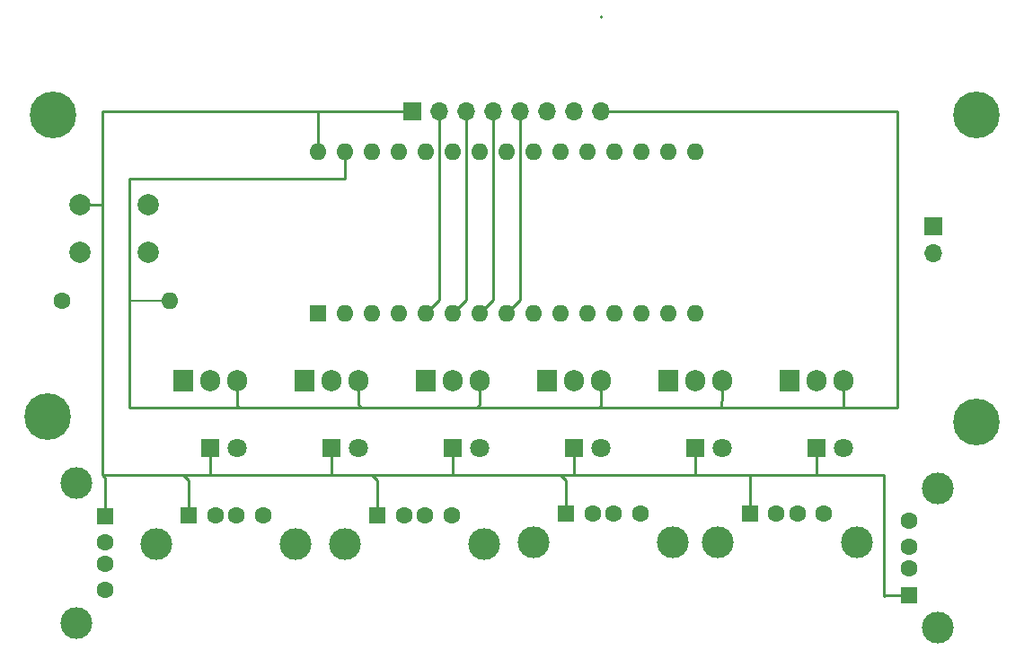
<source format=gbr>
%TF.GenerationSoftware,KiCad,Pcbnew,9.0.0*%
%TF.CreationDate,2025-03-19T10:55:43+10:00*%
%TF.ProjectId,ngmarquee.kicad_pcb_to220_usb_switch_1.0,6e676d61-7271-4756-9565-2e6b69636164,rev?*%
%TF.SameCoordinates,Original*%
%TF.FileFunction,Copper,L2,Bot*%
%TF.FilePolarity,Positive*%
%FSLAX46Y46*%
G04 Gerber Fmt 4.6, Leading zero omitted, Abs format (unit mm)*
G04 Created by KiCad (PCBNEW 9.0.0) date 2025-03-19 10:55:43*
%MOMM*%
%LPD*%
G01*
G04 APERTURE LIST*
%TA.AperFunction,ComponentPad*%
%ADD10R,1.600000X1.500000*%
%TD*%
%TA.AperFunction,ComponentPad*%
%ADD11C,1.600000*%
%TD*%
%TA.AperFunction,ComponentPad*%
%ADD12C,3.000000*%
%TD*%
%TA.AperFunction,ComponentPad*%
%ADD13R,1.500000X1.600000*%
%TD*%
%TA.AperFunction,ComponentPad*%
%ADD14C,2.000000*%
%TD*%
%TA.AperFunction,ComponentPad*%
%ADD15O,1.600000X1.600000*%
%TD*%
%TA.AperFunction,ComponentPad*%
%ADD16R,1.800000X1.800000*%
%TD*%
%TA.AperFunction,ComponentPad*%
%ADD17C,1.800000*%
%TD*%
%TA.AperFunction,ComponentPad*%
%ADD18C,4.400000*%
%TD*%
%TA.AperFunction,ComponentPad*%
%ADD19R,1.905000X2.000000*%
%TD*%
%TA.AperFunction,ComponentPad*%
%ADD20O,1.905000X2.000000*%
%TD*%
%TA.AperFunction,ComponentPad*%
%ADD21R,1.600000X1.600000*%
%TD*%
%TA.AperFunction,ComponentPad*%
%ADD22R,1.700000X1.700000*%
%TD*%
%TA.AperFunction,ComponentPad*%
%ADD23O,1.700000X1.700000*%
%TD*%
%TA.AperFunction,Conductor*%
%ADD24C,0.250000*%
%TD*%
%TA.AperFunction,Conductor*%
%ADD25C,0.200000*%
%TD*%
G04 APERTURE END LIST*
D10*
%TO.P,CN4,1*%
%TO.N,N/C*%
X133880000Y-100160000D03*
D11*
%TO.P,CN4,2*%
X136380000Y-100160000D03*
%TO.P,CN4,3*%
X138380000Y-100160000D03*
%TO.P,CN4,4*%
X140880000Y-100160000D03*
D12*
%TO.P,CN4,5*%
X130810000Y-102870000D03*
X143950000Y-102870000D03*
%TD*%
D13*
%TO.P,CN6,1*%
%TO.N,N/C*%
X166200000Y-107860000D03*
D11*
%TO.P,CN6,2*%
X166200000Y-105360000D03*
%TO.P,CN6,3*%
X166200000Y-103360000D03*
%TO.P,CN6,4*%
X166200000Y-100860000D03*
D12*
%TO.P,CN6,5*%
X168910000Y-110930000D03*
X168910000Y-97790000D03*
%TD*%
D14*
%TO.P,REF\u002A\u002A,1*%
%TO.N,N/C*%
X88040000Y-71090000D03*
X94540000Y-71090000D03*
%TO.P,REF\u002A\u002A,2*%
X88040000Y-75590000D03*
X94540000Y-75590000D03*
%TD*%
D11*
%TO.P,R1,1*%
%TO.N,N/C*%
X86380000Y-80090000D03*
D15*
%TO.P,R1,2*%
X96540000Y-80090000D03*
%TD*%
D16*
%TO.P,D1,1*%
%TO.N,N/C*%
X100330000Y-93980000D03*
D17*
%TO.P,D1,2*%
X102870000Y-93980000D03*
%TD*%
D18*
%TO.P,REF\u002A\u002A,1*%
%TO.N,N/C*%
X172540000Y-91590000D03*
%TD*%
D16*
%TO.P,D6,1*%
%TO.N,N/C*%
X157480000Y-93980000D03*
D17*
%TO.P,D6,2*%
X160020000Y-93980000D03*
%TD*%
D16*
%TO.P,D5,1*%
%TO.N,N/C*%
X146050000Y-93980000D03*
D17*
%TO.P,D5,2*%
X148590000Y-93980000D03*
%TD*%
D18*
%TO.P,REF\u002A\u002A,1*%
%TO.N,N/C*%
X172540000Y-62590000D03*
%TD*%
D10*
%TO.P,CN3,1*%
%TO.N,N/C*%
X116100000Y-100330000D03*
D11*
%TO.P,CN3,2*%
X118600000Y-100330000D03*
%TO.P,CN3,3*%
X120600000Y-100330000D03*
%TO.P,CN3,4*%
X123100000Y-100330000D03*
D12*
%TO.P,CN3,5*%
X113030000Y-103040000D03*
X126170000Y-103040000D03*
%TD*%
D19*
%TO.P,Q6,1*%
%TO.N,N/C*%
X154940000Y-87630000D03*
D20*
%TO.P,Q6,2*%
X157480000Y-87630000D03*
%TO.P,Q6,3*%
X160020000Y-87630000D03*
%TD*%
D13*
%TO.P,CN1,1*%
%TO.N,N/C*%
X90450000Y-100420000D03*
D11*
%TO.P,CN1,2*%
X90450000Y-102920000D03*
%TO.P,CN1,3*%
X90450000Y-104920000D03*
%TO.P,CN1,4*%
X90450000Y-107420000D03*
D12*
%TO.P,CN1,5*%
X87740000Y-97350000D03*
X87740000Y-110490000D03*
%TD*%
D19*
%TO.P,Q2,1*%
%TO.N,N/C*%
X109220000Y-87630000D03*
D20*
%TO.P,Q2,2*%
X111760000Y-87630000D03*
%TO.P,Q2,3*%
X114300000Y-87630000D03*
%TD*%
D16*
%TO.P,D4,1*%
%TO.N,N/C*%
X134620000Y-93980000D03*
D17*
%TO.P,D4,2*%
X137160000Y-93980000D03*
%TD*%
D16*
%TO.P,D3,1*%
%TO.N,N/C*%
X123190000Y-93980000D03*
D17*
%TO.P,D3,2*%
X125730000Y-93980000D03*
%TD*%
D19*
%TO.P,Q5,1*%
%TO.N,N/C*%
X143510000Y-87630000D03*
D20*
%TO.P,Q5,2*%
X146050000Y-87630000D03*
%TO.P,Q5,3*%
X148590000Y-87630000D03*
%TD*%
D18*
%TO.P,REF\u002A\u002A,1*%
%TO.N,N/C*%
X85040000Y-91090000D03*
%TD*%
%TO.P,REF\u002A\u002A,1*%
%TO.N,N/C*%
X85540000Y-62590000D03*
%TD*%
D19*
%TO.P,Q4,1*%
%TO.N,N/C*%
X132080000Y-87630000D03*
D20*
%TO.P,Q4,2*%
X134620000Y-87630000D03*
%TO.P,Q4,3*%
X137160000Y-87630000D03*
%TD*%
D10*
%TO.P,CN2,1*%
%TO.N,N/C*%
X98320000Y-100330000D03*
D11*
%TO.P,CN2,2*%
X100820000Y-100330000D03*
%TO.P,CN2,3*%
X102820000Y-100330000D03*
%TO.P,CN2,4*%
X105320000Y-100330000D03*
D12*
%TO.P,CN2,5*%
X95250000Y-103040000D03*
X108390000Y-103040000D03*
%TD*%
D10*
%TO.P,CN5,1*%
%TO.N,N/C*%
X151220000Y-100160000D03*
D11*
%TO.P,CN5,2*%
X153720000Y-100160000D03*
%TO.P,CN5,3*%
X155720000Y-100160000D03*
%TO.P,CN5,4*%
X158220000Y-100160000D03*
D12*
%TO.P,CN5,5*%
X148150000Y-102870000D03*
X161290000Y-102870000D03*
%TD*%
D19*
%TO.P,Q3,1*%
%TO.N,N/C*%
X120650000Y-87630000D03*
D20*
%TO.P,Q3,2*%
X123190000Y-87630000D03*
%TO.P,Q3,3*%
X125730000Y-87630000D03*
%TD*%
D19*
%TO.P,Q1,1*%
%TO.N,N/C*%
X97790000Y-87630000D03*
D20*
%TO.P,Q1,2*%
X100330000Y-87630000D03*
%TO.P,Q1,3*%
X102870000Y-87630000D03*
%TD*%
D15*
%TO.P,A1,3V3 Out*%
%TO.N,N/C*%
X143510000Y-66040000D03*
%TO.P,A1,5V Out*%
X118110000Y-66040000D03*
%TO.P,A1,A0*%
X138430000Y-66040000D03*
%TO.P,A1,A1*%
X135890000Y-66040000D03*
%TO.P,A1,A2*%
X133350000Y-66040000D03*
%TO.P,A1,A3*%
X130810000Y-66040000D03*
%TO.P,A1,A4*%
X128270000Y-66040000D03*
%TO.P,A1,A5*%
X125730000Y-66040000D03*
%TO.P,A1,A6*%
X123190000Y-66040000D03*
%TO.P,A1,A7*%
X120650000Y-66040000D03*
%TO.P,A1,D2*%
X120650000Y-81280000D03*
%TO.P,A1,D3*%
X123190000Y-81280000D03*
%TO.P,A1,D4*%
X125730000Y-81280000D03*
%TO.P,A1,D5*%
X128270000Y-81280000D03*
%TO.P,A1,D6*%
X130810000Y-81280000D03*
%TO.P,A1,D7*%
X133350000Y-81280000D03*
%TO.P,A1,D8*%
X135890000Y-81280000D03*
%TO.P,A1,D9*%
X138430000Y-81280000D03*
%TO.P,A1,D10*%
X140970000Y-81280000D03*
%TO.P,A1,D11*%
X143510000Y-81280000D03*
%TO.P,A1,D12*%
X146050000Y-81280000D03*
%TO.P,A1,D13*%
X146050000Y-66040000D03*
%TO.P,A1,GND*%
X118110000Y-81280000D03*
X113030000Y-66040000D03*
%TO.P,A1,REF*%
X140970000Y-66040000D03*
%TO.P,A1,RST*%
X115570000Y-81280000D03*
X115570000Y-66040000D03*
%TO.P,A1,RX0*%
X113030000Y-81280000D03*
D21*
%TO.P,A1,TX1*%
X110490000Y-81280000D03*
D15*
%TO.P,A1,Vin*%
X110490000Y-66040000D03*
%TD*%
D22*
%TO.P,REF\u002A\u002A,1*%
%TO.N,N/C*%
X168540000Y-73090000D03*
D23*
%TO.P,REF\u002A\u002A,2*%
X168540000Y-75630000D03*
%TD*%
D22*
%TO.P,J1,1*%
%TO.N,N/C*%
X119380000Y-62230000D03*
D23*
%TO.P,J1,2*%
X121920000Y-62230000D03*
%TO.P,J1,3*%
X124460000Y-62230000D03*
%TO.P,J1,4*%
X127000000Y-62230000D03*
%TO.P,J1,5*%
X129540000Y-62230000D03*
%TO.P,J1,6*%
X132080000Y-62230000D03*
%TO.P,J1,7*%
X134620000Y-62230000D03*
%TO.P,J1,8*%
X137160000Y-62230000D03*
%TD*%
D16*
%TO.P,D2,1*%
%TO.N,N/C*%
X111760000Y-93980000D03*
D17*
%TO.P,D2,2*%
X114300000Y-93980000D03*
%TD*%
D24*
%TO.N,*%
X92710000Y-80090000D02*
X92710000Y-68580000D01*
X110490000Y-62230000D02*
X119380000Y-62230000D01*
X137040000Y-90170000D02*
X143510000Y-90170000D01*
X134620000Y-96520000D02*
X134620000Y-93980000D01*
X137160000Y-90050000D02*
X137160000Y-87630000D01*
X114540000Y-90170000D02*
X114300000Y-89930000D01*
X132080000Y-90170000D02*
X137040000Y-90170000D01*
X114300000Y-89930000D02*
X114300000Y-87630000D01*
X110490000Y-96520000D02*
X111760000Y-96520000D01*
X148540000Y-89590000D02*
X148590000Y-89540000D01*
X115570000Y-96520000D02*
X121920000Y-96520000D01*
X160020000Y-90150000D02*
X160020000Y-87630000D01*
X92710000Y-90170000D02*
X92710000Y-80090000D01*
X90170000Y-74090000D02*
X90170000Y-72590000D01*
X121920000Y-62230000D02*
X121920000Y-80010000D01*
X163920000Y-107860000D02*
X166200000Y-107860000D01*
X111760000Y-96520000D02*
X111760000Y-93980000D01*
X156210000Y-96520000D02*
X157480000Y-96520000D01*
X148540000Y-90170000D02*
X154940000Y-90170000D01*
X123190000Y-96520000D02*
X133350000Y-96520000D01*
X137160000Y-53340000D02*
X137175000Y-53325000D01*
X144780000Y-96520000D02*
X146050000Y-96520000D01*
X160040000Y-90170000D02*
X160020000Y-90150000D01*
X116100000Y-97050000D02*
X116100000Y-100330000D01*
X97790000Y-90170000D02*
X103040000Y-90170000D01*
X97790000Y-96520000D02*
X99060000Y-96520000D01*
X124460000Y-62230000D02*
X124460000Y-80010000D01*
X90170000Y-71090000D02*
X90170000Y-62230000D01*
X123190000Y-96520000D02*
X123190000Y-93980000D01*
X127000000Y-62230000D02*
X127000000Y-80010000D01*
X90170000Y-71090000D02*
X88040000Y-71090000D01*
X90170000Y-72590000D02*
X90170000Y-71090000D01*
X163830000Y-96520000D02*
X163830000Y-107950000D01*
X113030000Y-68580000D02*
X113030000Y-66040000D01*
X120650000Y-90170000D02*
X125540000Y-90170000D01*
X103040000Y-90170000D02*
X102870000Y-90000000D01*
X157480000Y-96520000D02*
X157480000Y-93980000D01*
X90450000Y-96800000D02*
X90450000Y-100420000D01*
X121920000Y-96520000D02*
X123190000Y-96520000D01*
X148590000Y-89540000D02*
X148590000Y-87630000D01*
X165100000Y-90170000D02*
X165100000Y-62230000D01*
X102870000Y-90000000D02*
X102870000Y-87630000D01*
X103040000Y-90170000D02*
X109220000Y-90170000D01*
X129540000Y-80010000D02*
X128270000Y-81280000D01*
X121920000Y-80010000D02*
X120650000Y-81280000D01*
X154940000Y-90170000D02*
X160040000Y-90170000D01*
X151130000Y-96520000D02*
X151220000Y-96610000D01*
X109220000Y-90170000D02*
X114540000Y-90170000D01*
X148540000Y-90170000D02*
X148540000Y-89590000D01*
X157480000Y-96520000D02*
X163830000Y-96520000D01*
X97790000Y-96520000D02*
X98320000Y-97050000D01*
X151220000Y-96610000D02*
X151220000Y-100160000D01*
X165100000Y-62230000D02*
X137160000Y-62230000D01*
X100330000Y-96520000D02*
X110490000Y-96520000D01*
X163830000Y-107950000D02*
X163920000Y-107860000D01*
X90170000Y-96520000D02*
X90450000Y-96800000D01*
X137040000Y-90170000D02*
X137160000Y-90050000D01*
X100330000Y-96520000D02*
X100330000Y-93980000D01*
X90170000Y-96520000D02*
X97790000Y-96520000D01*
X110490000Y-62230000D02*
X110490000Y-66040000D01*
X133880000Y-97050000D02*
X133880000Y-100160000D01*
X143510000Y-90170000D02*
X148540000Y-90170000D01*
X129540000Y-62230000D02*
X129540000Y-80010000D01*
X151130000Y-96520000D02*
X156210000Y-96520000D01*
X125540000Y-90170000D02*
X125730000Y-89980000D01*
X92710000Y-68580000D02*
X113030000Y-68580000D01*
X127000000Y-80010000D02*
X125730000Y-81280000D01*
X133350000Y-96520000D02*
X134620000Y-96520000D01*
X111760000Y-96520000D02*
X115570000Y-96520000D01*
X146050000Y-96520000D02*
X146050000Y-93980000D01*
X99060000Y-96520000D02*
X100330000Y-96520000D01*
X125540000Y-90170000D02*
X132080000Y-90170000D01*
D25*
X96540000Y-80090000D02*
X92710000Y-80090000D01*
D24*
X124460000Y-80010000D02*
X123190000Y-81280000D01*
X90170000Y-62230000D02*
X110490000Y-62230000D01*
X90170000Y-96520000D02*
X90170000Y-74090000D01*
X160040000Y-90170000D02*
X165100000Y-90170000D01*
X98320000Y-97050000D02*
X98320000Y-100330000D01*
X134620000Y-96520000D02*
X144780000Y-96520000D01*
X115570000Y-96520000D02*
X116100000Y-97050000D01*
X146050000Y-96520000D02*
X151130000Y-96520000D01*
X92710000Y-90170000D02*
X97790000Y-90170000D01*
X133350000Y-96520000D02*
X133880000Y-97050000D01*
X125730000Y-89980000D02*
X125730000Y-87630000D01*
X114540000Y-90170000D02*
X120650000Y-90170000D01*
%TD*%
M02*

</source>
